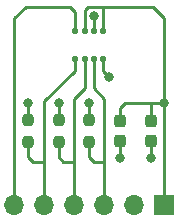
<source format=gbr>
%TF.GenerationSoftware,KiCad,Pcbnew,(6.0.2)*%
%TF.CreationDate,2022-04-05T22:12:57+02:00*%
%TF.ProjectId,BME68x Adaptor,424d4536-3878-4204-9164-6170746f722e,rev?*%
%TF.SameCoordinates,Original*%
%TF.FileFunction,Copper,L1,Top*%
%TF.FilePolarity,Positive*%
%FSLAX46Y46*%
G04 Gerber Fmt 4.6, Leading zero omitted, Abs format (unit mm)*
G04 Created by KiCad (PCBNEW (6.0.2)) date 2022-04-05 22:12:57*
%MOMM*%
%LPD*%
G01*
G04 APERTURE LIST*
G04 Aperture macros list*
%AMRoundRect*
0 Rectangle with rounded corners*
0 $1 Rounding radius*
0 $2 $3 $4 $5 $6 $7 $8 $9 X,Y pos of 4 corners*
0 Add a 4 corners polygon primitive as box body*
4,1,4,$2,$3,$4,$5,$6,$7,$8,$9,$2,$3,0*
0 Add four circle primitives for the rounded corners*
1,1,$1+$1,$2,$3*
1,1,$1+$1,$4,$5*
1,1,$1+$1,$6,$7*
1,1,$1+$1,$8,$9*
0 Add four rect primitives between the rounded corners*
20,1,$1+$1,$2,$3,$4,$5,0*
20,1,$1+$1,$4,$5,$6,$7,0*
20,1,$1+$1,$6,$7,$8,$9,0*
20,1,$1+$1,$8,$9,$2,$3,0*%
G04 Aperture macros list end*
%TA.AperFunction,SMDPad,CuDef*%
%ADD10RoundRect,0.237500X-0.237500X0.300000X-0.237500X-0.300000X0.237500X-0.300000X0.237500X0.300000X0*%
%TD*%
%TA.AperFunction,SMDPad,CuDef*%
%ADD11RoundRect,0.237500X-0.237500X0.250000X-0.237500X-0.250000X0.237500X-0.250000X0.237500X0.250000X0*%
%TD*%
%TA.AperFunction,SMDPad,CuDef*%
%ADD12RoundRect,0.125000X0.125000X0.137500X-0.125000X0.137500X-0.125000X-0.137500X0.125000X-0.137500X0*%
%TD*%
%TA.AperFunction,ComponentPad*%
%ADD13R,1.700000X1.700000*%
%TD*%
%TA.AperFunction,ComponentPad*%
%ADD14O,1.700000X1.700000*%
%TD*%
%TA.AperFunction,ViaPad*%
%ADD15C,0.800000*%
%TD*%
%TA.AperFunction,Conductor*%
%ADD16C,0.250000*%
%TD*%
G04 APERTURE END LIST*
D10*
%TO.P,C2,1*%
%TO.N,+3V3*%
X145200000Y-91137500D03*
%TO.P,C2,2*%
%TO.N,GND*%
X145200000Y-92862500D03*
%TD*%
%TO.P,C1,1*%
%TO.N,+3V3*%
X142600000Y-91137500D03*
%TO.P,C1,2*%
%TO.N,GND*%
X142600000Y-92862500D03*
%TD*%
D11*
%TO.P,R3,1*%
%TO.N,+3V3*%
X140000000Y-91087500D03*
%TO.P,R3,2*%
%TO.N,/CS#*%
X140000000Y-92912500D03*
%TD*%
%TO.P,R1,1*%
%TO.N,+3V3*%
X137400000Y-91087500D03*
%TO.P,R1,2*%
%TO.N,/SDI*%
X137400000Y-92912500D03*
%TD*%
%TO.P,R2,1*%
%TO.N,+3V3*%
X134800000Y-91087500D03*
%TO.P,R2,2*%
%TO.N,/SCK*%
X134800000Y-92912500D03*
%TD*%
D12*
%TO.P,U1,1,GND*%
%TO.N,GND*%
X141200000Y-85887500D03*
%TO.P,U1,2,CSB*%
%TO.N,/CS#*%
X140400000Y-85887500D03*
%TO.P,U1,3,SDI*%
%TO.N,/SDI*%
X139600000Y-85887500D03*
%TO.P,U1,4,SCK*%
%TO.N,/SCK*%
X138800000Y-85887500D03*
%TO.P,U1,5,SDO*%
%TO.N,/SDO*%
X138800000Y-83512500D03*
%TO.P,U1,6,VDDIO*%
%TO.N,+3V3*%
X139600000Y-83512500D03*
%TO.P,U1,7,GND*%
%TO.N,GND*%
X140400000Y-83512500D03*
%TO.P,U1,8,VDD*%
%TO.N,+3V3*%
X141200000Y-83512500D03*
%TD*%
D13*
%TO.P,J1,1,Pin_1*%
%TO.N,+3V3*%
X146350000Y-98250000D03*
D14*
%TO.P,J1,2,Pin_2*%
%TO.N,GND*%
X143810000Y-98250000D03*
%TO.P,J1,3,Pin_3*%
%TO.N,/CS#*%
X141270000Y-98250000D03*
%TO.P,J1,4,Pin_4*%
%TO.N,/SDI*%
X138730000Y-98250000D03*
%TO.P,J1,5,Pin_5*%
%TO.N,/SCK*%
X136190000Y-98250000D03*
%TO.P,J1,6,Pin_6*%
%TO.N,/SDO*%
X133650000Y-98250000D03*
%TD*%
D15*
%TO.N,+3V3*%
X146350000Y-89650000D03*
X134800000Y-89600000D03*
X140000000Y-89600000D03*
X137400000Y-89600000D03*
%TO.N,GND*%
X142600000Y-94300000D03*
X141700000Y-87400000D03*
X145200000Y-94300000D03*
X140400000Y-82300000D03*
%TD*%
D16*
%TO.N,+3V3*%
X145200000Y-89700000D02*
X145150000Y-89650000D01*
X139900000Y-81500000D02*
X141200000Y-81500000D01*
X145400000Y-81500000D02*
X146350000Y-82450000D01*
X145150000Y-89650000D02*
X143050000Y-89650000D01*
X139600000Y-83512500D02*
X139600000Y-81800000D01*
X141200000Y-83512500D02*
X141200000Y-81500000D01*
X134800000Y-91087500D02*
X134800000Y-89600000D01*
X146350000Y-89650000D02*
X146350000Y-98250000D01*
X137400000Y-91087500D02*
X137400000Y-89600000D01*
X141200000Y-81500000D02*
X145400000Y-81500000D01*
X139600000Y-81800000D02*
X139900000Y-81500000D01*
X146350000Y-82450000D02*
X146350000Y-89650000D01*
X143050000Y-89650000D02*
X142600000Y-90100000D01*
X140000000Y-91087500D02*
X140000000Y-89600000D01*
X142600000Y-90100000D02*
X142600000Y-91137500D01*
X145200000Y-91137500D02*
X145200000Y-89700000D01*
X146350000Y-89650000D02*
X145150000Y-89650000D01*
%TO.N,GND*%
X141700000Y-87400000D02*
X141200000Y-86900000D01*
X140400000Y-83512500D02*
X140400000Y-82300000D01*
X145200000Y-92862500D02*
X145200000Y-94300000D01*
X145200000Y-92862500D02*
X145200000Y-94100000D01*
X141200000Y-86900000D02*
X141200000Y-85887500D01*
X142600000Y-94300000D02*
X142600000Y-92862500D01*
%TO.N,/SDO*%
X138400000Y-81500000D02*
X138800000Y-81900000D01*
X133650000Y-82450000D02*
X134600000Y-81500000D01*
X134600000Y-81500000D02*
X138400000Y-81500000D01*
X138800000Y-81900000D02*
X138800000Y-83512500D01*
X133650000Y-98250000D02*
X133650000Y-82450000D01*
%TO.N,/SCK*%
X136190000Y-94610000D02*
X136190000Y-89510000D01*
X138800000Y-86900000D02*
X138800000Y-85887500D01*
X136190000Y-89510000D02*
X138800000Y-86900000D01*
X136190000Y-98250000D02*
X136190000Y-94610000D01*
X135210000Y-94610000D02*
X136190000Y-94610000D01*
X134800000Y-92912500D02*
X134800000Y-94200000D01*
X134800000Y-94200000D02*
X135210000Y-94610000D01*
%TO.N,/SDI*%
X138730000Y-94530000D02*
X138730000Y-94970000D01*
X139600000Y-88400000D02*
X138730000Y-89270000D01*
X138660000Y-94600000D02*
X138730000Y-94530000D01*
X139600000Y-85887500D02*
X139600000Y-88400000D01*
X137400000Y-94200000D02*
X137800000Y-94600000D01*
X137800000Y-94600000D02*
X138660000Y-94600000D01*
X138730000Y-89270000D02*
X138730000Y-94530000D01*
X137400000Y-92912500D02*
X137400000Y-94200000D01*
X138730000Y-94970000D02*
X138730000Y-98250000D01*
%TO.N,/CS#*%
X140400000Y-94600000D02*
X141200000Y-94600000D01*
X140400000Y-85887500D02*
X140400000Y-88400000D01*
X140400000Y-88400000D02*
X141270000Y-89270000D01*
X141270000Y-94530000D02*
X141270000Y-98250000D01*
X141200000Y-94600000D02*
X141270000Y-94530000D01*
X140000000Y-94200000D02*
X140400000Y-94600000D01*
X140000000Y-92912500D02*
X140000000Y-94200000D01*
X141270000Y-89270000D02*
X141270000Y-94530000D01*
%TD*%
M02*

</source>
